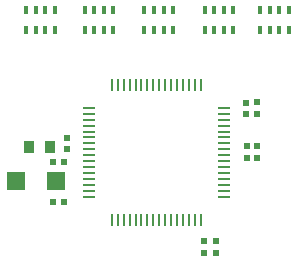
<source format=gbr>
%FSLAX25Y25*%
%MOIN*%
G04 EasyPC Gerber Version 18.0.8 Build 3632 *
%ADD150R,0.00781X0.04324*%
%ADD156R,0.01200X0.03100*%
%ADD152R,0.02000X0.02000*%
%ADD155R,0.03540X0.03930*%
%ADD153R,0.05900X0.05900*%
%ADD151R,0.04324X0.00781*%
%ADD154R,0.02000X0.02000*%
X0Y0D02*
D02*
D150*
X102850Y33068D03*
Y77949D03*
X104818Y33068D03*
Y77949D03*
X106787Y33068D03*
Y77949D03*
X108755Y33068D03*
Y77949D03*
X110724Y33068D03*
Y77949D03*
X112692Y33068D03*
Y77949D03*
X114661Y33068D03*
Y77949D03*
X116629Y33068D03*
Y77949D03*
X118598Y33068D03*
Y77949D03*
X120566Y33068D03*
Y77949D03*
X122535Y33068D03*
Y77949D03*
X124503Y33068D03*
Y77949D03*
X126472Y33068D03*
Y77949D03*
X128440Y33068D03*
Y77949D03*
X130409Y33068D03*
Y77949D03*
X132377Y33068D03*
Y77949D03*
D02*
D151*
X95173Y40745D03*
Y42713D03*
Y44682D03*
Y46650D03*
Y48619D03*
Y50587D03*
Y52556D03*
Y54524D03*
Y56493D03*
Y58461D03*
Y60430D03*
Y62398D03*
Y64367D03*
Y66335D03*
Y68304D03*
Y70272D03*
X140054Y40745D03*
Y42713D03*
Y44682D03*
Y46650D03*
Y48619D03*
Y50587D03*
Y52556D03*
Y54524D03*
Y56493D03*
Y58461D03*
Y60430D03*
Y62398D03*
Y64367D03*
Y66335D03*
Y68304D03*
Y70272D03*
D02*
D152*
X87750Y56509D03*
Y60409D03*
X147550Y68109D03*
Y72009D03*
X147750Y53609D03*
Y57509D03*
X151250Y68209D03*
Y72109D03*
X151350Y53609D03*
Y57509D03*
D02*
D153*
X70850Y45909D03*
X84250D03*
D02*
D154*
X83050Y38809D03*
Y52209D03*
X86950Y38809D03*
Y52209D03*
X133550Y22009D03*
Y26009D03*
X137450Y22009D03*
Y26009D03*
D02*
D155*
X75350Y57409D03*
X82350D03*
D02*
D156*
X74250Y96259D03*
Y102759D03*
X77450Y96259D03*
Y102759D03*
X80650Y96259D03*
Y102759D03*
X83850Y96259D03*
Y102759D03*
X93750Y96259D03*
Y102759D03*
X96950Y96259D03*
Y102759D03*
X100150Y96259D03*
Y102759D03*
X103350Y96259D03*
Y102759D03*
X113650Y96259D03*
Y102759D03*
X116850Y96259D03*
Y102759D03*
X120050Y96259D03*
Y102759D03*
X123250Y96259D03*
Y102759D03*
X133750Y96259D03*
Y102759D03*
X136950Y96259D03*
Y102759D03*
X140150Y96259D03*
Y102759D03*
X143350Y96259D03*
Y102759D03*
X152250Y96259D03*
Y102759D03*
X155450Y96259D03*
Y102759D03*
X158650Y96259D03*
Y102759D03*
X161850Y96259D03*
Y102759D03*
X0Y0D02*
M02*

</source>
